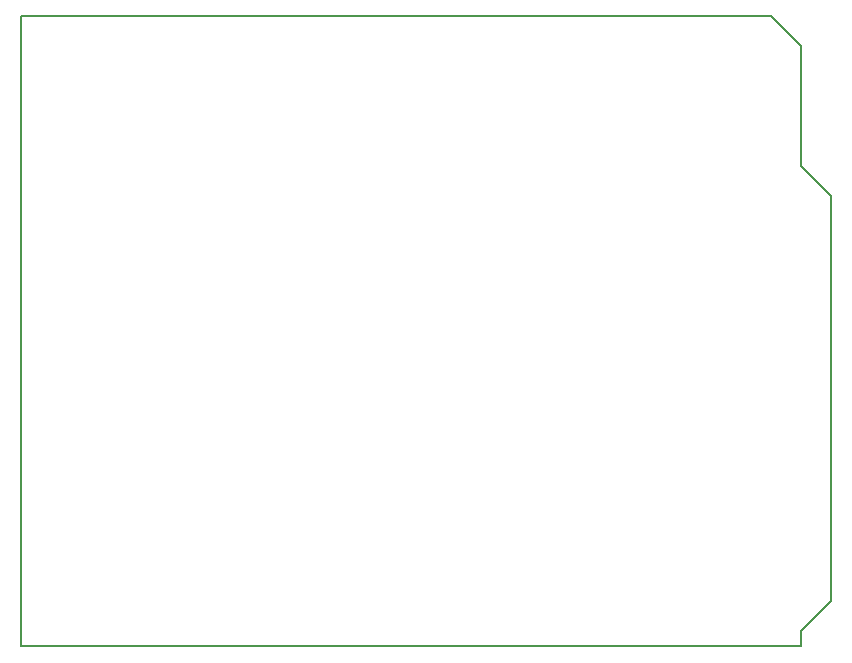
<source format=gko>
G04 Layer_Color=13278208*
%FSLAX25Y25*%
%MOIN*%
G70*
G01*
G75*
%ADD147C,0.00500*%
D147*
X0Y210000D02*
X250000D01*
X0Y0D02*
X260000D01*
X0D02*
Y210000D01*
X250000D02*
X260000Y200000D01*
Y160000D02*
Y200000D01*
Y160000D02*
X270000Y150000D01*
Y15000D02*
Y150000D01*
X260000Y5000D02*
X270000Y15000D01*
X260000Y0D02*
Y5000D01*
M02*

</source>
